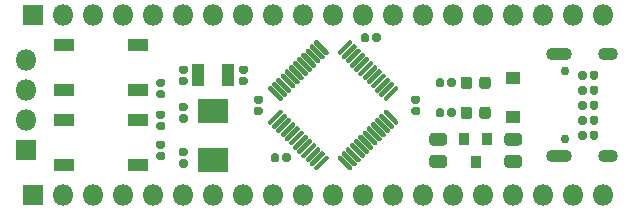
<source format=gbr>
%TF.GenerationSoftware,KiCad,Pcbnew,5.1.6+dfsg1-1*%
%TF.CreationDate,2020-07-20T12:12:52+08:00*%
%TF.ProjectId,stm32devmini,73746d33-3264-4657-966d-696e692e6b69,b*%
%TF.SameCoordinates,Original*%
%TF.FileFunction,Soldermask,Top*%
%TF.FilePolarity,Negative*%
%FSLAX46Y46*%
G04 Gerber Fmt 4.6, Leading zero omitted, Abs format (unit mm)*
G04 Created by KiCad (PCBNEW 5.1.6+dfsg1-1) date 2020-07-20 12:12:52*
%MOMM*%
%LPD*%
G01*
G04 APERTURE LIST*
%ADD10R,1.800000X1.100000*%
%ADD11R,0.900000X1.000000*%
%ADD12O,2.200000X1.100000*%
%ADD13C,0.750000*%
%ADD14O,1.700000X1.100000*%
%ADD15R,1.100000X1.900000*%
%ADD16R,2.500000X2.000000*%
%ADD17O,1.800000X1.800000*%
%ADD18R,1.800000X1.800000*%
%ADD19R,1.300000X1.000000*%
G04 APERTURE END LIST*
%TO.C,R9*%
G36*
G01*
X164267500Y-100320000D02*
X164662500Y-100320000D01*
G75*
G02*
X164835000Y-100492500I0J-172500D01*
G01*
X164835000Y-100837500D01*
G75*
G02*
X164662500Y-101010000I-172500J0D01*
G01*
X164267500Y-101010000D01*
G75*
G02*
X164095000Y-100837500I0J172500D01*
G01*
X164095000Y-100492500D01*
G75*
G02*
X164267500Y-100320000I172500J0D01*
G01*
G37*
G36*
G01*
X164267500Y-99350000D02*
X164662500Y-99350000D01*
G75*
G02*
X164835000Y-99522500I0J-172500D01*
G01*
X164835000Y-99867500D01*
G75*
G02*
X164662500Y-100040000I-172500J0D01*
G01*
X164267500Y-100040000D01*
G75*
G02*
X164095000Y-99867500I0J172500D01*
G01*
X164095000Y-99522500D01*
G75*
G02*
X164267500Y-99350000I172500J0D01*
G01*
G37*
%TD*%
%TO.C,R8*%
G36*
G01*
X188455000Y-99497500D02*
X188455000Y-99892500D01*
G75*
G02*
X188282500Y-100065000I-172500J0D01*
G01*
X187937500Y-100065000D01*
G75*
G02*
X187765000Y-99892500I0J172500D01*
G01*
X187765000Y-99497500D01*
G75*
G02*
X187937500Y-99325000I172500J0D01*
G01*
X188282500Y-99325000D01*
G75*
G02*
X188455000Y-99497500I0J-172500D01*
G01*
G37*
G36*
G01*
X189425000Y-99497500D02*
X189425000Y-99892500D01*
G75*
G02*
X189252500Y-100065000I-172500J0D01*
G01*
X188907500Y-100065000D01*
G75*
G02*
X188735000Y-99892500I0J172500D01*
G01*
X188735000Y-99497500D01*
G75*
G02*
X188907500Y-99325000I172500J0D01*
G01*
X189252500Y-99325000D01*
G75*
G02*
X189425000Y-99497500I0J-172500D01*
G01*
G37*
%TD*%
%TO.C,R3*%
G36*
G01*
X200800000Y-103067500D02*
X200800000Y-102672500D01*
G75*
G02*
X200972500Y-102500000I172500J0D01*
G01*
X201317500Y-102500000D01*
G75*
G02*
X201490000Y-102672500I0J-172500D01*
G01*
X201490000Y-103067500D01*
G75*
G02*
X201317500Y-103240000I-172500J0D01*
G01*
X200972500Y-103240000D01*
G75*
G02*
X200800000Y-103067500I0J172500D01*
G01*
G37*
G36*
G01*
X199830000Y-103067500D02*
X199830000Y-102672500D01*
G75*
G02*
X200002500Y-102500000I172500J0D01*
G01*
X200347500Y-102500000D01*
G75*
G02*
X200520000Y-102672500I0J-172500D01*
G01*
X200520000Y-103067500D01*
G75*
G02*
X200347500Y-103240000I-172500J0D01*
G01*
X200002500Y-103240000D01*
G75*
G02*
X199830000Y-103067500I0J172500D01*
G01*
G37*
%TD*%
%TO.C,R2*%
G36*
G01*
X200800000Y-101797500D02*
X200800000Y-101402500D01*
G75*
G02*
X200972500Y-101230000I172500J0D01*
G01*
X201317500Y-101230000D01*
G75*
G02*
X201490000Y-101402500I0J-172500D01*
G01*
X201490000Y-101797500D01*
G75*
G02*
X201317500Y-101970000I-172500J0D01*
G01*
X200972500Y-101970000D01*
G75*
G02*
X200800000Y-101797500I0J172500D01*
G01*
G37*
G36*
G01*
X199830000Y-101797500D02*
X199830000Y-101402500D01*
G75*
G02*
X200002500Y-101230000I172500J0D01*
G01*
X200347500Y-101230000D01*
G75*
G02*
X200520000Y-101402500I0J-172500D01*
G01*
X200520000Y-101797500D01*
G75*
G02*
X200347500Y-101970000I-172500J0D01*
G01*
X200002500Y-101970000D01*
G75*
G02*
X199830000Y-101797500I0J172500D01*
G01*
G37*
%TD*%
%TO.C,R1*%
G36*
G01*
X200800000Y-100527500D02*
X200800000Y-100132500D01*
G75*
G02*
X200972500Y-99960000I172500J0D01*
G01*
X201317500Y-99960000D01*
G75*
G02*
X201490000Y-100132500I0J-172500D01*
G01*
X201490000Y-100527500D01*
G75*
G02*
X201317500Y-100700000I-172500J0D01*
G01*
X200972500Y-100700000D01*
G75*
G02*
X200800000Y-100527500I0J172500D01*
G01*
G37*
G36*
G01*
X199830000Y-100527500D02*
X199830000Y-100132500D01*
G75*
G02*
X200002500Y-99960000I172500J0D01*
G01*
X200347500Y-99960000D01*
G75*
G02*
X200520000Y-100132500I0J-172500D01*
G01*
X200520000Y-100527500D01*
G75*
G02*
X200347500Y-100700000I-172500J0D01*
G01*
X200002500Y-100700000D01*
G75*
G02*
X199830000Y-100527500I0J172500D01*
G01*
G37*
%TD*%
D10*
%TO.C,SW1*%
X156235000Y-102875000D03*
X162535000Y-102875000D03*
X156235000Y-106675000D03*
X162535000Y-106675000D03*
%TD*%
%TO.C,SW2*%
X156235000Y-96525000D03*
X162535000Y-96525000D03*
X156235000Y-100325000D03*
X162535000Y-100325000D03*
%TD*%
D11*
%TO.C,U1*%
X191135000Y-106410000D03*
X190185000Y-104410000D03*
X192085000Y-104410000D03*
%TD*%
%TO.C,R5*%
G36*
G01*
X200800000Y-99257500D02*
X200800000Y-98862500D01*
G75*
G02*
X200972500Y-98690000I172500J0D01*
G01*
X201317500Y-98690000D01*
G75*
G02*
X201490000Y-98862500I0J-172500D01*
G01*
X201490000Y-99257500D01*
G75*
G02*
X201317500Y-99430000I-172500J0D01*
G01*
X200972500Y-99430000D01*
G75*
G02*
X200800000Y-99257500I0J172500D01*
G01*
G37*
G36*
G01*
X199830000Y-99257500D02*
X199830000Y-98862500D01*
G75*
G02*
X200002500Y-98690000I172500J0D01*
G01*
X200347500Y-98690000D01*
G75*
G02*
X200520000Y-98862500I0J-172500D01*
G01*
X200520000Y-99257500D01*
G75*
G02*
X200347500Y-99430000I-172500J0D01*
G01*
X200002500Y-99430000D01*
G75*
G02*
X199830000Y-99257500I0J172500D01*
G01*
G37*
%TD*%
D12*
%TO.C,J1*%
X198165000Y-105920000D03*
X198165000Y-97280000D03*
D13*
X198695000Y-98710000D03*
D14*
X202345000Y-97280000D03*
D13*
X198695000Y-104490000D03*
D14*
X202345000Y-105920000D03*
%TD*%
%TO.C,U2*%
G36*
G01*
X174526839Y-101228769D02*
X173554566Y-100256498D01*
G75*
G02*
X173554566Y-100115076I70711J70711D01*
G01*
X173695988Y-99973654D01*
G75*
G02*
X173837410Y-99973654I70711J-70711D01*
G01*
X174809682Y-100945926D01*
G75*
G02*
X174809682Y-101087348I-70711J-70711D01*
G01*
X174668260Y-101228770D01*
G75*
G02*
X174526838Y-101228770I-70711J70711D01*
G01*
G37*
G36*
G01*
X174880393Y-100875215D02*
X173908120Y-99902944D01*
G75*
G02*
X173908120Y-99761522I70711J70711D01*
G01*
X174049542Y-99620100D01*
G75*
G02*
X174190964Y-99620100I70711J-70711D01*
G01*
X175163236Y-100592372D01*
G75*
G02*
X175163236Y-100733794I-70711J-70711D01*
G01*
X175021814Y-100875216D01*
G75*
G02*
X174880392Y-100875216I-70711J70711D01*
G01*
G37*
G36*
G01*
X175233946Y-100521662D02*
X174261673Y-99549391D01*
G75*
G02*
X174261673Y-99407969I70711J70711D01*
G01*
X174403095Y-99266547D01*
G75*
G02*
X174544517Y-99266547I70711J-70711D01*
G01*
X175516789Y-100238819D01*
G75*
G02*
X175516789Y-100380241I-70711J-70711D01*
G01*
X175375367Y-100521663D01*
G75*
G02*
X175233945Y-100521663I-70711J70711D01*
G01*
G37*
G36*
G01*
X175587500Y-100168108D02*
X174615227Y-99195837D01*
G75*
G02*
X174615227Y-99054415I70711J70711D01*
G01*
X174756649Y-98912993D01*
G75*
G02*
X174898071Y-98912993I70711J-70711D01*
G01*
X175870343Y-99885265D01*
G75*
G02*
X175870343Y-100026687I-70711J-70711D01*
G01*
X175728921Y-100168109D01*
G75*
G02*
X175587499Y-100168109I-70711J70711D01*
G01*
G37*
G36*
G01*
X175941053Y-99814555D02*
X174968780Y-98842284D01*
G75*
G02*
X174968780Y-98700862I70711J70711D01*
G01*
X175110202Y-98559440D01*
G75*
G02*
X175251624Y-98559440I70711J-70711D01*
G01*
X176223896Y-99531712D01*
G75*
G02*
X176223896Y-99673134I-70711J-70711D01*
G01*
X176082474Y-99814556D01*
G75*
G02*
X175941052Y-99814556I-70711J70711D01*
G01*
G37*
G36*
G01*
X176294606Y-99461002D02*
X175322333Y-98488731D01*
G75*
G02*
X175322333Y-98347309I70711J70711D01*
G01*
X175463755Y-98205887D01*
G75*
G02*
X175605177Y-98205887I70711J-70711D01*
G01*
X176577449Y-99178159D01*
G75*
G02*
X176577449Y-99319581I-70711J-70711D01*
G01*
X176436027Y-99461003D01*
G75*
G02*
X176294605Y-99461003I-70711J70711D01*
G01*
G37*
G36*
G01*
X176648160Y-99107448D02*
X175675887Y-98135177D01*
G75*
G02*
X175675887Y-97993755I70711J70711D01*
G01*
X175817309Y-97852333D01*
G75*
G02*
X175958731Y-97852333I70711J-70711D01*
G01*
X176931003Y-98824605D01*
G75*
G02*
X176931003Y-98966027I-70711J-70711D01*
G01*
X176789581Y-99107449D01*
G75*
G02*
X176648159Y-99107449I-70711J70711D01*
G01*
G37*
G36*
G01*
X177001713Y-98753895D02*
X176029440Y-97781624D01*
G75*
G02*
X176029440Y-97640202I70711J70711D01*
G01*
X176170862Y-97498780D01*
G75*
G02*
X176312284Y-97498780I70711J-70711D01*
G01*
X177284556Y-98471052D01*
G75*
G02*
X177284556Y-98612474I-70711J-70711D01*
G01*
X177143134Y-98753896D01*
G75*
G02*
X177001712Y-98753896I-70711J70711D01*
G01*
G37*
G36*
G01*
X177355266Y-98400342D02*
X176382993Y-97428071D01*
G75*
G02*
X176382993Y-97286649I70711J70711D01*
G01*
X176524415Y-97145227D01*
G75*
G02*
X176665837Y-97145227I70711J-70711D01*
G01*
X177638109Y-98117499D01*
G75*
G02*
X177638109Y-98258921I-70711J-70711D01*
G01*
X177496687Y-98400343D01*
G75*
G02*
X177355265Y-98400343I-70711J70711D01*
G01*
G37*
G36*
G01*
X177708820Y-98046788D02*
X176736547Y-97074517D01*
G75*
G02*
X176736547Y-96933095I70711J70711D01*
G01*
X176877969Y-96791673D01*
G75*
G02*
X177019391Y-96791673I70711J-70711D01*
G01*
X177991663Y-97763945D01*
G75*
G02*
X177991663Y-97905367I-70711J-70711D01*
G01*
X177850241Y-98046789D01*
G75*
G02*
X177708819Y-98046789I-70711J70711D01*
G01*
G37*
G36*
G01*
X178062373Y-97693235D02*
X177090100Y-96720964D01*
G75*
G02*
X177090100Y-96579542I70711J70711D01*
G01*
X177231522Y-96438120D01*
G75*
G02*
X177372944Y-96438120I70711J-70711D01*
G01*
X178345216Y-97410392D01*
G75*
G02*
X178345216Y-97551814I-70711J-70711D01*
G01*
X178203794Y-97693236D01*
G75*
G02*
X178062372Y-97693236I-70711J70711D01*
G01*
G37*
G36*
G01*
X178415927Y-97339681D02*
X177443654Y-96367410D01*
G75*
G02*
X177443654Y-96225988I70711J70711D01*
G01*
X177585076Y-96084566D01*
G75*
G02*
X177726498Y-96084566I70711J-70711D01*
G01*
X178698770Y-97056838D01*
G75*
G02*
X178698770Y-97198260I-70711J-70711D01*
G01*
X178557348Y-97339682D01*
G75*
G02*
X178415926Y-97339682I-70711J70711D01*
G01*
G37*
G36*
G01*
X179582652Y-97339681D02*
X179441230Y-97198260D01*
G75*
G02*
X179441230Y-97056838I70711J70711D01*
G01*
X180413502Y-96084566D01*
G75*
G02*
X180554924Y-96084566I70711J-70711D01*
G01*
X180696346Y-96225988D01*
G75*
G02*
X180696346Y-96367410I-70711J-70711D01*
G01*
X179724074Y-97339682D01*
G75*
G02*
X179582652Y-97339682I-70711J70711D01*
G01*
G37*
G36*
G01*
X179936206Y-97693235D02*
X179794784Y-97551814D01*
G75*
G02*
X179794784Y-97410392I70711J70711D01*
G01*
X180767056Y-96438120D01*
G75*
G02*
X180908478Y-96438120I70711J-70711D01*
G01*
X181049900Y-96579542D01*
G75*
G02*
X181049900Y-96720964I-70711J-70711D01*
G01*
X180077628Y-97693236D01*
G75*
G02*
X179936206Y-97693236I-70711J70711D01*
G01*
G37*
G36*
G01*
X180289759Y-98046788D02*
X180148337Y-97905367D01*
G75*
G02*
X180148337Y-97763945I70711J70711D01*
G01*
X181120609Y-96791673D01*
G75*
G02*
X181262031Y-96791673I70711J-70711D01*
G01*
X181403453Y-96933095D01*
G75*
G02*
X181403453Y-97074517I-70711J-70711D01*
G01*
X180431181Y-98046789D01*
G75*
G02*
X180289759Y-98046789I-70711J70711D01*
G01*
G37*
G36*
G01*
X180643313Y-98400342D02*
X180501891Y-98258921D01*
G75*
G02*
X180501891Y-98117499I70711J70711D01*
G01*
X181474163Y-97145227D01*
G75*
G02*
X181615585Y-97145227I70711J-70711D01*
G01*
X181757007Y-97286649D01*
G75*
G02*
X181757007Y-97428071I-70711J-70711D01*
G01*
X180784735Y-98400343D01*
G75*
G02*
X180643313Y-98400343I-70711J70711D01*
G01*
G37*
G36*
G01*
X180996866Y-98753895D02*
X180855444Y-98612474D01*
G75*
G02*
X180855444Y-98471052I70711J70711D01*
G01*
X181827716Y-97498780D01*
G75*
G02*
X181969138Y-97498780I70711J-70711D01*
G01*
X182110560Y-97640202D01*
G75*
G02*
X182110560Y-97781624I-70711J-70711D01*
G01*
X181138288Y-98753896D01*
G75*
G02*
X180996866Y-98753896I-70711J70711D01*
G01*
G37*
G36*
G01*
X181350419Y-99107448D02*
X181208997Y-98966027D01*
G75*
G02*
X181208997Y-98824605I70711J70711D01*
G01*
X182181269Y-97852333D01*
G75*
G02*
X182322691Y-97852333I70711J-70711D01*
G01*
X182464113Y-97993755D01*
G75*
G02*
X182464113Y-98135177I-70711J-70711D01*
G01*
X181491841Y-99107449D01*
G75*
G02*
X181350419Y-99107449I-70711J70711D01*
G01*
G37*
G36*
G01*
X181703973Y-99461002D02*
X181562551Y-99319581D01*
G75*
G02*
X181562551Y-99178159I70711J70711D01*
G01*
X182534823Y-98205887D01*
G75*
G02*
X182676245Y-98205887I70711J-70711D01*
G01*
X182817667Y-98347309D01*
G75*
G02*
X182817667Y-98488731I-70711J-70711D01*
G01*
X181845395Y-99461003D01*
G75*
G02*
X181703973Y-99461003I-70711J70711D01*
G01*
G37*
G36*
G01*
X182057526Y-99814555D02*
X181916104Y-99673134D01*
G75*
G02*
X181916104Y-99531712I70711J70711D01*
G01*
X182888376Y-98559440D01*
G75*
G02*
X183029798Y-98559440I70711J-70711D01*
G01*
X183171220Y-98700862D01*
G75*
G02*
X183171220Y-98842284I-70711J-70711D01*
G01*
X182198948Y-99814556D01*
G75*
G02*
X182057526Y-99814556I-70711J70711D01*
G01*
G37*
G36*
G01*
X182411079Y-100168108D02*
X182269657Y-100026687D01*
G75*
G02*
X182269657Y-99885265I70711J70711D01*
G01*
X183241929Y-98912993D01*
G75*
G02*
X183383351Y-98912993I70711J-70711D01*
G01*
X183524773Y-99054415D01*
G75*
G02*
X183524773Y-99195837I-70711J-70711D01*
G01*
X182552501Y-100168109D01*
G75*
G02*
X182411079Y-100168109I-70711J70711D01*
G01*
G37*
G36*
G01*
X182764633Y-100521662D02*
X182623211Y-100380241D01*
G75*
G02*
X182623211Y-100238819I70711J70711D01*
G01*
X183595483Y-99266547D01*
G75*
G02*
X183736905Y-99266547I70711J-70711D01*
G01*
X183878327Y-99407969D01*
G75*
G02*
X183878327Y-99549391I-70711J-70711D01*
G01*
X182906055Y-100521663D01*
G75*
G02*
X182764633Y-100521663I-70711J70711D01*
G01*
G37*
G36*
G01*
X183118186Y-100875215D02*
X182976764Y-100733794D01*
G75*
G02*
X182976764Y-100592372I70711J70711D01*
G01*
X183949036Y-99620100D01*
G75*
G02*
X184090458Y-99620100I70711J-70711D01*
G01*
X184231880Y-99761522D01*
G75*
G02*
X184231880Y-99902944I-70711J-70711D01*
G01*
X183259608Y-100875216D01*
G75*
G02*
X183118186Y-100875216I-70711J70711D01*
G01*
G37*
G36*
G01*
X183471740Y-101228769D02*
X183330318Y-101087348D01*
G75*
G02*
X183330318Y-100945926I70711J70711D01*
G01*
X184302590Y-99973654D01*
G75*
G02*
X184444012Y-99973654I70711J-70711D01*
G01*
X184585434Y-100115076D01*
G75*
G02*
X184585434Y-100256498I-70711J-70711D01*
G01*
X183613162Y-101228770D01*
G75*
G02*
X183471740Y-101228770I-70711J70711D01*
G01*
G37*
G36*
G01*
X184302591Y-103226345D02*
X183330318Y-102254074D01*
G75*
G02*
X183330318Y-102112652I70711J70711D01*
G01*
X183471740Y-101971230D01*
G75*
G02*
X183613162Y-101971230I70711J-70711D01*
G01*
X184585434Y-102943502D01*
G75*
G02*
X184585434Y-103084924I-70711J-70711D01*
G01*
X184444012Y-103226346D01*
G75*
G02*
X184302590Y-103226346I-70711J70711D01*
G01*
G37*
G36*
G01*
X183949037Y-103579899D02*
X182976764Y-102607628D01*
G75*
G02*
X182976764Y-102466206I70711J70711D01*
G01*
X183118186Y-102324784D01*
G75*
G02*
X183259608Y-102324784I70711J-70711D01*
G01*
X184231880Y-103297056D01*
G75*
G02*
X184231880Y-103438478I-70711J-70711D01*
G01*
X184090458Y-103579900D01*
G75*
G02*
X183949036Y-103579900I-70711J70711D01*
G01*
G37*
G36*
G01*
X183595484Y-103933452D02*
X182623211Y-102961181D01*
G75*
G02*
X182623211Y-102819759I70711J70711D01*
G01*
X182764633Y-102678337D01*
G75*
G02*
X182906055Y-102678337I70711J-70711D01*
G01*
X183878327Y-103650609D01*
G75*
G02*
X183878327Y-103792031I-70711J-70711D01*
G01*
X183736905Y-103933453D01*
G75*
G02*
X183595483Y-103933453I-70711J70711D01*
G01*
G37*
G36*
G01*
X183241930Y-104287006D02*
X182269657Y-103314735D01*
G75*
G02*
X182269657Y-103173313I70711J70711D01*
G01*
X182411079Y-103031891D01*
G75*
G02*
X182552501Y-103031891I70711J-70711D01*
G01*
X183524773Y-104004163D01*
G75*
G02*
X183524773Y-104145585I-70711J-70711D01*
G01*
X183383351Y-104287007D01*
G75*
G02*
X183241929Y-104287007I-70711J70711D01*
G01*
G37*
G36*
G01*
X182888377Y-104640559D02*
X181916104Y-103668288D01*
G75*
G02*
X181916104Y-103526866I70711J70711D01*
G01*
X182057526Y-103385444D01*
G75*
G02*
X182198948Y-103385444I70711J-70711D01*
G01*
X183171220Y-104357716D01*
G75*
G02*
X183171220Y-104499138I-70711J-70711D01*
G01*
X183029798Y-104640560D01*
G75*
G02*
X182888376Y-104640560I-70711J70711D01*
G01*
G37*
G36*
G01*
X182534824Y-104994112D02*
X181562551Y-104021841D01*
G75*
G02*
X181562551Y-103880419I70711J70711D01*
G01*
X181703973Y-103738997D01*
G75*
G02*
X181845395Y-103738997I70711J-70711D01*
G01*
X182817667Y-104711269D01*
G75*
G02*
X182817667Y-104852691I-70711J-70711D01*
G01*
X182676245Y-104994113D01*
G75*
G02*
X182534823Y-104994113I-70711J70711D01*
G01*
G37*
G36*
G01*
X182181270Y-105347666D02*
X181208997Y-104375395D01*
G75*
G02*
X181208997Y-104233973I70711J70711D01*
G01*
X181350419Y-104092551D01*
G75*
G02*
X181491841Y-104092551I70711J-70711D01*
G01*
X182464113Y-105064823D01*
G75*
G02*
X182464113Y-105206245I-70711J-70711D01*
G01*
X182322691Y-105347667D01*
G75*
G02*
X182181269Y-105347667I-70711J70711D01*
G01*
G37*
G36*
G01*
X181827717Y-105701219D02*
X180855444Y-104728948D01*
G75*
G02*
X180855444Y-104587526I70711J70711D01*
G01*
X180996866Y-104446104D01*
G75*
G02*
X181138288Y-104446104I70711J-70711D01*
G01*
X182110560Y-105418376D01*
G75*
G02*
X182110560Y-105559798I-70711J-70711D01*
G01*
X181969138Y-105701220D01*
G75*
G02*
X181827716Y-105701220I-70711J70711D01*
G01*
G37*
G36*
G01*
X181474164Y-106054772D02*
X180501891Y-105082501D01*
G75*
G02*
X180501891Y-104941079I70711J70711D01*
G01*
X180643313Y-104799657D01*
G75*
G02*
X180784735Y-104799657I70711J-70711D01*
G01*
X181757007Y-105771929D01*
G75*
G02*
X181757007Y-105913351I-70711J-70711D01*
G01*
X181615585Y-106054773D01*
G75*
G02*
X181474163Y-106054773I-70711J70711D01*
G01*
G37*
G36*
G01*
X181120610Y-106408326D02*
X180148337Y-105436055D01*
G75*
G02*
X180148337Y-105294633I70711J70711D01*
G01*
X180289759Y-105153211D01*
G75*
G02*
X180431181Y-105153211I70711J-70711D01*
G01*
X181403453Y-106125483D01*
G75*
G02*
X181403453Y-106266905I-70711J-70711D01*
G01*
X181262031Y-106408327D01*
G75*
G02*
X181120609Y-106408327I-70711J70711D01*
G01*
G37*
G36*
G01*
X180767057Y-106761879D02*
X179794784Y-105789608D01*
G75*
G02*
X179794784Y-105648186I70711J70711D01*
G01*
X179936206Y-105506764D01*
G75*
G02*
X180077628Y-105506764I70711J-70711D01*
G01*
X181049900Y-106479036D01*
G75*
G02*
X181049900Y-106620458I-70711J-70711D01*
G01*
X180908478Y-106761880D01*
G75*
G02*
X180767056Y-106761880I-70711J70711D01*
G01*
G37*
G36*
G01*
X180413503Y-107115433D02*
X179441230Y-106143162D01*
G75*
G02*
X179441230Y-106001740I70711J70711D01*
G01*
X179582652Y-105860318D01*
G75*
G02*
X179724074Y-105860318I70711J-70711D01*
G01*
X180696346Y-106832590D01*
G75*
G02*
X180696346Y-106974012I-70711J-70711D01*
G01*
X180554924Y-107115434D01*
G75*
G02*
X180413502Y-107115434I-70711J70711D01*
G01*
G37*
G36*
G01*
X177585076Y-107115433D02*
X177443654Y-106974012D01*
G75*
G02*
X177443654Y-106832590I70711J70711D01*
G01*
X178415926Y-105860318D01*
G75*
G02*
X178557348Y-105860318I70711J-70711D01*
G01*
X178698770Y-106001740D01*
G75*
G02*
X178698770Y-106143162I-70711J-70711D01*
G01*
X177726498Y-107115434D01*
G75*
G02*
X177585076Y-107115434I-70711J70711D01*
G01*
G37*
G36*
G01*
X177231522Y-106761879D02*
X177090100Y-106620458D01*
G75*
G02*
X177090100Y-106479036I70711J70711D01*
G01*
X178062372Y-105506764D01*
G75*
G02*
X178203794Y-105506764I70711J-70711D01*
G01*
X178345216Y-105648186D01*
G75*
G02*
X178345216Y-105789608I-70711J-70711D01*
G01*
X177372944Y-106761880D01*
G75*
G02*
X177231522Y-106761880I-70711J70711D01*
G01*
G37*
G36*
G01*
X176877969Y-106408326D02*
X176736547Y-106266905D01*
G75*
G02*
X176736547Y-106125483I70711J70711D01*
G01*
X177708819Y-105153211D01*
G75*
G02*
X177850241Y-105153211I70711J-70711D01*
G01*
X177991663Y-105294633D01*
G75*
G02*
X177991663Y-105436055I-70711J-70711D01*
G01*
X177019391Y-106408327D01*
G75*
G02*
X176877969Y-106408327I-70711J70711D01*
G01*
G37*
G36*
G01*
X176524415Y-106054772D02*
X176382993Y-105913351D01*
G75*
G02*
X176382993Y-105771929I70711J70711D01*
G01*
X177355265Y-104799657D01*
G75*
G02*
X177496687Y-104799657I70711J-70711D01*
G01*
X177638109Y-104941079D01*
G75*
G02*
X177638109Y-105082501I-70711J-70711D01*
G01*
X176665837Y-106054773D01*
G75*
G02*
X176524415Y-106054773I-70711J70711D01*
G01*
G37*
G36*
G01*
X176170862Y-105701219D02*
X176029440Y-105559798D01*
G75*
G02*
X176029440Y-105418376I70711J70711D01*
G01*
X177001712Y-104446104D01*
G75*
G02*
X177143134Y-104446104I70711J-70711D01*
G01*
X177284556Y-104587526D01*
G75*
G02*
X177284556Y-104728948I-70711J-70711D01*
G01*
X176312284Y-105701220D01*
G75*
G02*
X176170862Y-105701220I-70711J70711D01*
G01*
G37*
G36*
G01*
X175817309Y-105347666D02*
X175675887Y-105206245D01*
G75*
G02*
X175675887Y-105064823I70711J70711D01*
G01*
X176648159Y-104092551D01*
G75*
G02*
X176789581Y-104092551I70711J-70711D01*
G01*
X176931003Y-104233973D01*
G75*
G02*
X176931003Y-104375395I-70711J-70711D01*
G01*
X175958731Y-105347667D01*
G75*
G02*
X175817309Y-105347667I-70711J70711D01*
G01*
G37*
G36*
G01*
X175463755Y-104994112D02*
X175322333Y-104852691D01*
G75*
G02*
X175322333Y-104711269I70711J70711D01*
G01*
X176294605Y-103738997D01*
G75*
G02*
X176436027Y-103738997I70711J-70711D01*
G01*
X176577449Y-103880419D01*
G75*
G02*
X176577449Y-104021841I-70711J-70711D01*
G01*
X175605177Y-104994113D01*
G75*
G02*
X175463755Y-104994113I-70711J70711D01*
G01*
G37*
G36*
G01*
X175110202Y-104640559D02*
X174968780Y-104499138D01*
G75*
G02*
X174968780Y-104357716I70711J70711D01*
G01*
X175941052Y-103385444D01*
G75*
G02*
X176082474Y-103385444I70711J-70711D01*
G01*
X176223896Y-103526866D01*
G75*
G02*
X176223896Y-103668288I-70711J-70711D01*
G01*
X175251624Y-104640560D01*
G75*
G02*
X175110202Y-104640560I-70711J70711D01*
G01*
G37*
G36*
G01*
X174756649Y-104287006D02*
X174615227Y-104145585D01*
G75*
G02*
X174615227Y-104004163I70711J70711D01*
G01*
X175587499Y-103031891D01*
G75*
G02*
X175728921Y-103031891I70711J-70711D01*
G01*
X175870343Y-103173313D01*
G75*
G02*
X175870343Y-103314735I-70711J-70711D01*
G01*
X174898071Y-104287007D01*
G75*
G02*
X174756649Y-104287007I-70711J70711D01*
G01*
G37*
G36*
G01*
X174403095Y-103933452D02*
X174261673Y-103792031D01*
G75*
G02*
X174261673Y-103650609I70711J70711D01*
G01*
X175233945Y-102678337D01*
G75*
G02*
X175375367Y-102678337I70711J-70711D01*
G01*
X175516789Y-102819759D01*
G75*
G02*
X175516789Y-102961181I-70711J-70711D01*
G01*
X174544517Y-103933453D01*
G75*
G02*
X174403095Y-103933453I-70711J70711D01*
G01*
G37*
G36*
G01*
X174049542Y-103579899D02*
X173908120Y-103438478D01*
G75*
G02*
X173908120Y-103297056I70711J70711D01*
G01*
X174880392Y-102324784D01*
G75*
G02*
X175021814Y-102324784I70711J-70711D01*
G01*
X175163236Y-102466206D01*
G75*
G02*
X175163236Y-102607628I-70711J-70711D01*
G01*
X174190964Y-103579900D01*
G75*
G02*
X174049542Y-103579900I-70711J70711D01*
G01*
G37*
G36*
G01*
X173695988Y-103226345D02*
X173554566Y-103084924D01*
G75*
G02*
X173554566Y-102943502I70711J70711D01*
G01*
X174526838Y-101971230D01*
G75*
G02*
X174668260Y-101971230I70711J-70711D01*
G01*
X174809682Y-102112652D01*
G75*
G02*
X174809682Y-102254074I-70711J-70711D01*
G01*
X173837410Y-103226346D01*
G75*
G02*
X173695988Y-103226346I-70711J70711D01*
G01*
G37*
%TD*%
%TO.C,C12*%
G36*
G01*
X166567500Y-98920000D02*
X166172500Y-98920000D01*
G75*
G02*
X166000000Y-98747500I0J172500D01*
G01*
X166000000Y-98402500D01*
G75*
G02*
X166172500Y-98230000I172500J0D01*
G01*
X166567500Y-98230000D01*
G75*
G02*
X166740000Y-98402500I0J-172500D01*
G01*
X166740000Y-98747500D01*
G75*
G02*
X166567500Y-98920000I-172500J0D01*
G01*
G37*
G36*
G01*
X166567500Y-99890000D02*
X166172500Y-99890000D01*
G75*
G02*
X166000000Y-99717500I0J172500D01*
G01*
X166000000Y-99372500D01*
G75*
G02*
X166172500Y-99200000I172500J0D01*
G01*
X166567500Y-99200000D01*
G75*
G02*
X166740000Y-99372500I0J-172500D01*
G01*
X166740000Y-99717500D01*
G75*
G02*
X166567500Y-99890000I-172500J0D01*
G01*
G37*
%TD*%
%TO.C,C11*%
G36*
G01*
X171647500Y-98920000D02*
X171252500Y-98920000D01*
G75*
G02*
X171080000Y-98747500I0J172500D01*
G01*
X171080000Y-98402500D01*
G75*
G02*
X171252500Y-98230000I172500J0D01*
G01*
X171647500Y-98230000D01*
G75*
G02*
X171820000Y-98402500I0J-172500D01*
G01*
X171820000Y-98747500D01*
G75*
G02*
X171647500Y-98920000I-172500J0D01*
G01*
G37*
G36*
G01*
X171647500Y-99890000D02*
X171252500Y-99890000D01*
G75*
G02*
X171080000Y-99717500I0J172500D01*
G01*
X171080000Y-99372500D01*
G75*
G02*
X171252500Y-99200000I172500J0D01*
G01*
X171647500Y-99200000D01*
G75*
G02*
X171820000Y-99372500I0J-172500D01*
G01*
X171820000Y-99717500D01*
G75*
G02*
X171647500Y-99890000I-172500J0D01*
G01*
G37*
%TD*%
D15*
%TO.C,Y2*%
X167660000Y-99060000D03*
X170160000Y-99060000D03*
%TD*%
D16*
%TO.C,Y1*%
X168910000Y-106190000D03*
X168910000Y-102090000D03*
%TD*%
%TO.C,C7*%
G36*
G01*
X166567500Y-105905000D02*
X166172500Y-105905000D01*
G75*
G02*
X166000000Y-105732500I0J172500D01*
G01*
X166000000Y-105387500D01*
G75*
G02*
X166172500Y-105215000I172500J0D01*
G01*
X166567500Y-105215000D01*
G75*
G02*
X166740000Y-105387500I0J-172500D01*
G01*
X166740000Y-105732500D01*
G75*
G02*
X166567500Y-105905000I-172500J0D01*
G01*
G37*
G36*
G01*
X166567500Y-106875000D02*
X166172500Y-106875000D01*
G75*
G02*
X166000000Y-106702500I0J172500D01*
G01*
X166000000Y-106357500D01*
G75*
G02*
X166172500Y-106185000I172500J0D01*
G01*
X166567500Y-106185000D01*
G75*
G02*
X166740000Y-106357500I0J-172500D01*
G01*
X166740000Y-106702500D01*
G75*
G02*
X166567500Y-106875000I-172500J0D01*
G01*
G37*
%TD*%
%TO.C,C5*%
G36*
G01*
X166172500Y-102375000D02*
X166567500Y-102375000D01*
G75*
G02*
X166740000Y-102547500I0J-172500D01*
G01*
X166740000Y-102892500D01*
G75*
G02*
X166567500Y-103065000I-172500J0D01*
G01*
X166172500Y-103065000D01*
G75*
G02*
X166000000Y-102892500I0J172500D01*
G01*
X166000000Y-102547500D01*
G75*
G02*
X166172500Y-102375000I172500J0D01*
G01*
G37*
G36*
G01*
X166172500Y-101405000D02*
X166567500Y-101405000D01*
G75*
G02*
X166740000Y-101577500I0J-172500D01*
G01*
X166740000Y-101922500D01*
G75*
G02*
X166567500Y-102095000I-172500J0D01*
G01*
X166172500Y-102095000D01*
G75*
G02*
X166000000Y-101922500I0J172500D01*
G01*
X166000000Y-101577500D01*
G75*
G02*
X166172500Y-101405000I172500J0D01*
G01*
G37*
%TD*%
%TO.C,R4*%
G36*
G01*
X200800000Y-104337500D02*
X200800000Y-103942500D01*
G75*
G02*
X200972500Y-103770000I172500J0D01*
G01*
X201317500Y-103770000D01*
G75*
G02*
X201490000Y-103942500I0J-172500D01*
G01*
X201490000Y-104337500D01*
G75*
G02*
X201317500Y-104510000I-172500J0D01*
G01*
X200972500Y-104510000D01*
G75*
G02*
X200800000Y-104337500I0J172500D01*
G01*
G37*
G36*
G01*
X199830000Y-104337500D02*
X199830000Y-103942500D01*
G75*
G02*
X200002500Y-103770000I172500J0D01*
G01*
X200347500Y-103770000D01*
G75*
G02*
X200520000Y-103942500I0J-172500D01*
G01*
X200520000Y-104337500D01*
G75*
G02*
X200347500Y-104510000I-172500J0D01*
G01*
X200002500Y-104510000D01*
G75*
G02*
X199830000Y-104337500I0J172500D01*
G01*
G37*
%TD*%
%TO.C,R7*%
G36*
G01*
X188455000Y-102037500D02*
X188455000Y-102432500D01*
G75*
G02*
X188282500Y-102605000I-172500J0D01*
G01*
X187937500Y-102605000D01*
G75*
G02*
X187765000Y-102432500I0J172500D01*
G01*
X187765000Y-102037500D01*
G75*
G02*
X187937500Y-101865000I172500J0D01*
G01*
X188282500Y-101865000D01*
G75*
G02*
X188455000Y-102037500I0J-172500D01*
G01*
G37*
G36*
G01*
X189425000Y-102037500D02*
X189425000Y-102432500D01*
G75*
G02*
X189252500Y-102605000I-172500J0D01*
G01*
X188907500Y-102605000D01*
G75*
G02*
X188735000Y-102432500I0J172500D01*
G01*
X188735000Y-102037500D01*
G75*
G02*
X188907500Y-101865000I172500J0D01*
G01*
X189252500Y-101865000D01*
G75*
G02*
X189425000Y-102037500I0J-172500D01*
G01*
G37*
%TD*%
%TO.C,R6*%
G36*
G01*
X164267500Y-103010000D02*
X164662500Y-103010000D01*
G75*
G02*
X164835000Y-103182500I0J-172500D01*
G01*
X164835000Y-103527500D01*
G75*
G02*
X164662500Y-103700000I-172500J0D01*
G01*
X164267500Y-103700000D01*
G75*
G02*
X164095000Y-103527500I0J172500D01*
G01*
X164095000Y-103182500D01*
G75*
G02*
X164267500Y-103010000I172500J0D01*
G01*
G37*
G36*
G01*
X164267500Y-102040000D02*
X164662500Y-102040000D01*
G75*
G02*
X164835000Y-102212500I0J-172500D01*
G01*
X164835000Y-102557500D01*
G75*
G02*
X164662500Y-102730000I-172500J0D01*
G01*
X164267500Y-102730000D01*
G75*
G02*
X164095000Y-102557500I0J172500D01*
G01*
X164095000Y-102212500D01*
G75*
G02*
X164267500Y-102040000I172500J0D01*
G01*
G37*
%TD*%
%TO.C,D3*%
G36*
G01*
X191435000Y-102516250D02*
X191435000Y-101953750D01*
G75*
G02*
X191678750Y-101710000I243750J0D01*
G01*
X192166250Y-101710000D01*
G75*
G02*
X192410000Y-101953750I0J-243750D01*
G01*
X192410000Y-102516250D01*
G75*
G02*
X192166250Y-102760000I-243750J0D01*
G01*
X191678750Y-102760000D01*
G75*
G02*
X191435000Y-102516250I0J243750D01*
G01*
G37*
G36*
G01*
X189860000Y-102516250D02*
X189860000Y-101953750D01*
G75*
G02*
X190103750Y-101710000I243750J0D01*
G01*
X190591250Y-101710000D01*
G75*
G02*
X190835000Y-101953750I0J-243750D01*
G01*
X190835000Y-102516250D01*
G75*
G02*
X190591250Y-102760000I-243750J0D01*
G01*
X190103750Y-102760000D01*
G75*
G02*
X189860000Y-102516250I0J243750D01*
G01*
G37*
%TD*%
%TO.C,D2*%
G36*
G01*
X191435000Y-99976250D02*
X191435000Y-99413750D01*
G75*
G02*
X191678750Y-99170000I243750J0D01*
G01*
X192166250Y-99170000D01*
G75*
G02*
X192410000Y-99413750I0J-243750D01*
G01*
X192410000Y-99976250D01*
G75*
G02*
X192166250Y-100220000I-243750J0D01*
G01*
X191678750Y-100220000D01*
G75*
G02*
X191435000Y-99976250I0J243750D01*
G01*
G37*
G36*
G01*
X189860000Y-99976250D02*
X189860000Y-99413750D01*
G75*
G02*
X190103750Y-99170000I243750J0D01*
G01*
X190591250Y-99170000D01*
G75*
G02*
X190835000Y-99413750I0J-243750D01*
G01*
X190835000Y-99976250D01*
G75*
G02*
X190591250Y-100220000I-243750J0D01*
G01*
X190103750Y-100220000D01*
G75*
G02*
X189860000Y-99976250I0J243750D01*
G01*
G37*
%TD*%
%TO.C,C3*%
G36*
G01*
X164267500Y-105550000D02*
X164662500Y-105550000D01*
G75*
G02*
X164835000Y-105722500I0J-172500D01*
G01*
X164835000Y-106067500D01*
G75*
G02*
X164662500Y-106240000I-172500J0D01*
G01*
X164267500Y-106240000D01*
G75*
G02*
X164095000Y-106067500I0J172500D01*
G01*
X164095000Y-105722500D01*
G75*
G02*
X164267500Y-105550000I172500J0D01*
G01*
G37*
G36*
G01*
X164267500Y-104580000D02*
X164662500Y-104580000D01*
G75*
G02*
X164835000Y-104752500I0J-172500D01*
G01*
X164835000Y-105097500D01*
G75*
G02*
X164662500Y-105270000I-172500J0D01*
G01*
X164267500Y-105270000D01*
G75*
G02*
X164095000Y-105097500I0J172500D01*
G01*
X164095000Y-104752500D01*
G75*
G02*
X164267500Y-104580000I172500J0D01*
G01*
G37*
%TD*%
D17*
%TO.C,J4*%
X153035000Y-97790000D03*
X153035000Y-100330000D03*
X153035000Y-102870000D03*
D18*
X153035000Y-105410000D03*
%TD*%
D17*
%TO.C,J3*%
X201930000Y-93980000D03*
X199390000Y-93980000D03*
X196850000Y-93980000D03*
X194310000Y-93980000D03*
X191770000Y-93980000D03*
X189230000Y-93980000D03*
X186690000Y-93980000D03*
X184150000Y-93980000D03*
X181610000Y-93980000D03*
X179070000Y-93980000D03*
X176530000Y-93980000D03*
X173990000Y-93980000D03*
X171450000Y-93980000D03*
X168910000Y-93980000D03*
X166370000Y-93980000D03*
X163830000Y-93980000D03*
X161290000Y-93980000D03*
X158750000Y-93980000D03*
X156210000Y-93980000D03*
D18*
X153670000Y-93980000D03*
%TD*%
D17*
%TO.C,J2*%
X201930000Y-109220000D03*
X199390000Y-109220000D03*
X196850000Y-109220000D03*
X194310000Y-109220000D03*
X191770000Y-109220000D03*
X189230000Y-109220000D03*
X186690000Y-109220000D03*
X184150000Y-109220000D03*
X181610000Y-109220000D03*
X179070000Y-109220000D03*
X176530000Y-109220000D03*
X173990000Y-109220000D03*
X171450000Y-109220000D03*
X168910000Y-109220000D03*
X166370000Y-109220000D03*
X163830000Y-109220000D03*
X161290000Y-109220000D03*
X158750000Y-109220000D03*
X156210000Y-109220000D03*
D18*
X153670000Y-109220000D03*
%TD*%
D19*
%TO.C,D1*%
X194310000Y-99315000D03*
X194310000Y-102615000D03*
%TD*%
%TO.C,C10*%
G36*
G01*
X172917500Y-101460000D02*
X172522500Y-101460000D01*
G75*
G02*
X172350000Y-101287500I0J172500D01*
G01*
X172350000Y-100942500D01*
G75*
G02*
X172522500Y-100770000I172500J0D01*
G01*
X172917500Y-100770000D01*
G75*
G02*
X173090000Y-100942500I0J-172500D01*
G01*
X173090000Y-101287500D01*
G75*
G02*
X172917500Y-101460000I-172500J0D01*
G01*
G37*
G36*
G01*
X172917500Y-102430000D02*
X172522500Y-102430000D01*
G75*
G02*
X172350000Y-102257500I0J172500D01*
G01*
X172350000Y-101912500D01*
G75*
G02*
X172522500Y-101740000I172500J0D01*
G01*
X172917500Y-101740000D01*
G75*
G02*
X173090000Y-101912500I0J-172500D01*
G01*
X173090000Y-102257500D01*
G75*
G02*
X172917500Y-102430000I-172500J0D01*
G01*
G37*
%TD*%
%TO.C,C9*%
G36*
G01*
X174485000Y-105847500D02*
X174485000Y-106242500D01*
G75*
G02*
X174312500Y-106415000I-172500J0D01*
G01*
X173967500Y-106415000D01*
G75*
G02*
X173795000Y-106242500I0J172500D01*
G01*
X173795000Y-105847500D01*
G75*
G02*
X173967500Y-105675000I172500J0D01*
G01*
X174312500Y-105675000D01*
G75*
G02*
X174485000Y-105847500I0J-172500D01*
G01*
G37*
G36*
G01*
X175455000Y-105847500D02*
X175455000Y-106242500D01*
G75*
G02*
X175282500Y-106415000I-172500J0D01*
G01*
X174937500Y-106415000D01*
G75*
G02*
X174765000Y-106242500I0J172500D01*
G01*
X174765000Y-105847500D01*
G75*
G02*
X174937500Y-105675000I172500J0D01*
G01*
X175282500Y-105675000D01*
G75*
G02*
X175455000Y-105847500I0J-172500D01*
G01*
G37*
%TD*%
%TO.C,C8*%
G36*
G01*
X182385000Y-96082500D02*
X182385000Y-95687500D01*
G75*
G02*
X182557500Y-95515000I172500J0D01*
G01*
X182902500Y-95515000D01*
G75*
G02*
X183075000Y-95687500I0J-172500D01*
G01*
X183075000Y-96082500D01*
G75*
G02*
X182902500Y-96255000I-172500J0D01*
G01*
X182557500Y-96255000D01*
G75*
G02*
X182385000Y-96082500I0J172500D01*
G01*
G37*
G36*
G01*
X181415000Y-96082500D02*
X181415000Y-95687500D01*
G75*
G02*
X181587500Y-95515000I172500J0D01*
G01*
X181932500Y-95515000D01*
G75*
G02*
X182105000Y-95687500I0J-172500D01*
G01*
X182105000Y-96082500D01*
G75*
G02*
X181932500Y-96255000I-172500J0D01*
G01*
X181587500Y-96255000D01*
G75*
G02*
X181415000Y-96082500I0J172500D01*
G01*
G37*
%TD*%
%TO.C,C6*%
G36*
G01*
X186252500Y-101460000D02*
X185857500Y-101460000D01*
G75*
G02*
X185685000Y-101287500I0J172500D01*
G01*
X185685000Y-100942500D01*
G75*
G02*
X185857500Y-100770000I172500J0D01*
G01*
X186252500Y-100770000D01*
G75*
G02*
X186425000Y-100942500I0J-172500D01*
G01*
X186425000Y-101287500D01*
G75*
G02*
X186252500Y-101460000I-172500J0D01*
G01*
G37*
G36*
G01*
X186252500Y-102430000D02*
X185857500Y-102430000D01*
G75*
G02*
X185685000Y-102257500I0J172500D01*
G01*
X185685000Y-101912500D01*
G75*
G02*
X185857500Y-101740000I172500J0D01*
G01*
X186252500Y-101740000D01*
G75*
G02*
X186425000Y-101912500I0J-172500D01*
G01*
X186425000Y-102257500D01*
G75*
G02*
X186252500Y-102430000I-172500J0D01*
G01*
G37*
%TD*%
%TO.C,C2*%
G36*
G01*
X187478750Y-105810000D02*
X188441250Y-105810000D01*
G75*
G02*
X188710000Y-106078750I0J-268750D01*
G01*
X188710000Y-106616250D01*
G75*
G02*
X188441250Y-106885000I-268750J0D01*
G01*
X187478750Y-106885000D01*
G75*
G02*
X187210000Y-106616250I0J268750D01*
G01*
X187210000Y-106078750D01*
G75*
G02*
X187478750Y-105810000I268750J0D01*
G01*
G37*
G36*
G01*
X187478750Y-103935000D02*
X188441250Y-103935000D01*
G75*
G02*
X188710000Y-104203750I0J-268750D01*
G01*
X188710000Y-104741250D01*
G75*
G02*
X188441250Y-105010000I-268750J0D01*
G01*
X187478750Y-105010000D01*
G75*
G02*
X187210000Y-104741250I0J268750D01*
G01*
X187210000Y-104203750D01*
G75*
G02*
X187478750Y-103935000I268750J0D01*
G01*
G37*
%TD*%
%TO.C,C1*%
G36*
G01*
X194791250Y-105010000D02*
X193828750Y-105010000D01*
G75*
G02*
X193560000Y-104741250I0J268750D01*
G01*
X193560000Y-104203750D01*
G75*
G02*
X193828750Y-103935000I268750J0D01*
G01*
X194791250Y-103935000D01*
G75*
G02*
X195060000Y-104203750I0J-268750D01*
G01*
X195060000Y-104741250D01*
G75*
G02*
X194791250Y-105010000I-268750J0D01*
G01*
G37*
G36*
G01*
X194791250Y-106885000D02*
X193828750Y-106885000D01*
G75*
G02*
X193560000Y-106616250I0J268750D01*
G01*
X193560000Y-106078750D01*
G75*
G02*
X193828750Y-105810000I268750J0D01*
G01*
X194791250Y-105810000D01*
G75*
G02*
X195060000Y-106078750I0J-268750D01*
G01*
X195060000Y-106616250D01*
G75*
G02*
X194791250Y-106885000I-268750J0D01*
G01*
G37*
%TD*%
M02*

</source>
